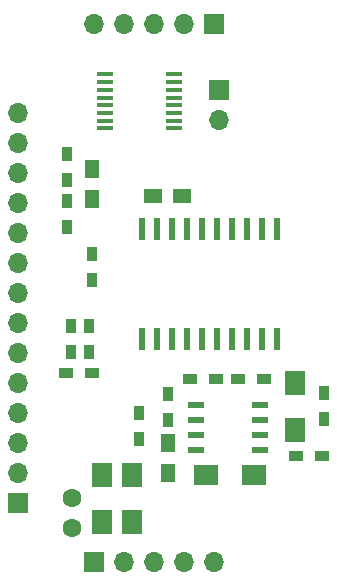
<source format=gts>
%TF.GenerationSoftware,KiCad,Pcbnew,(5.1.6-0-10_14)*%
%TF.CreationDate,2020-09-14T13:46:36+09:00*%
%TF.ProjectId,qPCR-photosensing,71504352-2d70-4686-9f74-6f73656e7369,rev?*%
%TF.SameCoordinates,Original*%
%TF.FileFunction,Soldermask,Top*%
%TF.FilePolarity,Negative*%
%FSLAX46Y46*%
G04 Gerber Fmt 4.6, Leading zero omitted, Abs format (unit mm)*
G04 Created by KiCad (PCBNEW (5.1.6-0-10_14)) date 2020-09-14 13:46:36*
%MOMM*%
%LPD*%
G01*
G04 APERTURE LIST*
%ADD10R,1.200000X0.900000*%
%ADD11R,1.700000X2.000000*%
%ADD12O,1.700000X1.700000*%
%ADD13R,1.700000X1.700000*%
%ADD14R,0.900000X1.200000*%
%ADD15R,0.558800X1.981200*%
%ADD16R,1.473200X0.355600*%
%ADD17R,1.460500X0.558800*%
%ADD18R,1.500000X1.250000*%
%ADD19R,1.250000X1.500000*%
%ADD20R,2.000000X1.700000*%
%ADD21C,1.600000*%
G04 APERTURE END LIST*
D10*
%TO.C,C1*%
X93000000Y-94000000D03*
X90800000Y-94000000D03*
%TD*%
D11*
%TO.C,C8*%
X110163000Y-98821500D03*
X110163000Y-94821500D03*
%TD*%
D12*
%TO.C,J3*%
X103298000Y-110000000D03*
X100758000Y-110000000D03*
X98218000Y-110000000D03*
X95678000Y-110000000D03*
D13*
X93138000Y-110000000D03*
%TD*%
%TO.C,J4*%
X103298000Y-64440000D03*
D12*
X100758000Y-64440000D03*
X98218000Y-64440000D03*
X95678000Y-64440000D03*
X93138000Y-64440000D03*
%TD*%
D14*
%TO.C,R1*%
X92765600Y-90000000D03*
X92765600Y-92200000D03*
%TD*%
%TO.C,R2*%
X91190800Y-90000000D03*
X91190800Y-92200000D03*
%TD*%
%TO.C,R3*%
X90875100Y-81657800D03*
X90875100Y-79457800D03*
%TD*%
%TO.C,R4*%
X90875100Y-77619200D03*
X90875100Y-75419200D03*
%TD*%
D10*
%TO.C,R5*%
X112500000Y-101044000D03*
X110300000Y-101044000D03*
%TD*%
D14*
%TO.C,R6*%
X99444300Y-95778900D03*
X99444300Y-97978900D03*
%TD*%
D10*
%TO.C,R7*%
X103491000Y-94465900D03*
X101291000Y-94465900D03*
%TD*%
%TO.C,R8*%
X107522000Y-94465900D03*
X105322000Y-94465900D03*
%TD*%
D15*
%TO.C,U1*%
X108685000Y-91141300D03*
X107415000Y-91141300D03*
X106145000Y-91141300D03*
X104875000Y-91141300D03*
X103605000Y-91141300D03*
X102335000Y-91141300D03*
X101065000Y-91141300D03*
X99795000Y-91141300D03*
X98525000Y-91141300D03*
X97255000Y-91141300D03*
X97255000Y-81768700D03*
X98525000Y-81768700D03*
X99795000Y-81768700D03*
X101065000Y-81768700D03*
X102335000Y-81768700D03*
X103605000Y-81768700D03*
X104875000Y-81768700D03*
X106145000Y-81768700D03*
X107415000Y-81768700D03*
X108685000Y-81768700D03*
%TD*%
D16*
%TO.C,U2*%
X94079000Y-73274999D03*
X94079000Y-72624998D03*
X94079000Y-71974999D03*
X94079000Y-71324998D03*
X94079000Y-70674999D03*
X94079000Y-70025001D03*
X94079000Y-69374999D03*
X94079000Y-68725001D03*
X99921000Y-68725001D03*
X99921000Y-69375002D03*
X99921000Y-70025001D03*
X99921000Y-70675002D03*
X99921000Y-71325001D03*
X99921000Y-71974999D03*
X99921000Y-72625001D03*
X99921000Y-73274999D03*
%TD*%
D17*
%TO.C,U3*%
X107248150Y-96701100D03*
X107248150Y-97971100D03*
X107248150Y-99241100D03*
X107248150Y-100511100D03*
X101799850Y-100511100D03*
X101799850Y-99241100D03*
X101799850Y-97971100D03*
X101799850Y-96701100D03*
%TD*%
D18*
%TO.C,C2*%
X98120800Y-79038200D03*
X100620800Y-79038200D03*
%TD*%
D14*
%TO.C,C3*%
X93000000Y-83900000D03*
X93000000Y-86100000D03*
%TD*%
D19*
%TO.C,C4*%
X99444300Y-102455000D03*
X99444300Y-99955000D03*
%TD*%
%TO.C,C5*%
X93000000Y-76750000D03*
X93000000Y-79250000D03*
%TD*%
D20*
%TO.C,C6*%
X106669000Y-102619000D03*
X102669000Y-102619000D03*
%TD*%
D14*
%TO.C,C7*%
X97000000Y-99600000D03*
X97000000Y-97400000D03*
%TD*%
%TO.C,C9*%
X112652000Y-95721500D03*
X112652000Y-97921500D03*
%TD*%
D21*
%TO.C,C10*%
X91313000Y-107123000D03*
X91313000Y-104623000D03*
%TD*%
D11*
%TO.C,C11*%
X93853000Y-102623000D03*
X93853000Y-106623000D03*
%TD*%
%TO.C,C12*%
X96393000Y-106623000D03*
X96393000Y-102623000D03*
%TD*%
D12*
%TO.C,J1*%
X86730000Y-71980000D03*
X86730000Y-74520000D03*
X86730000Y-77060000D03*
X86730000Y-79600000D03*
X86730000Y-82140000D03*
X86730000Y-84680000D03*
X86730000Y-87220000D03*
X86730000Y-89760000D03*
X86730000Y-92300000D03*
X86730000Y-94840000D03*
X86730000Y-97380000D03*
X86730000Y-99920000D03*
X86730000Y-102460000D03*
D13*
X86730000Y-105000000D03*
%TD*%
D12*
%TO.C,J2*%
X103721000Y-72540000D03*
D13*
X103721000Y-70000000D03*
%TD*%
M02*

</source>
